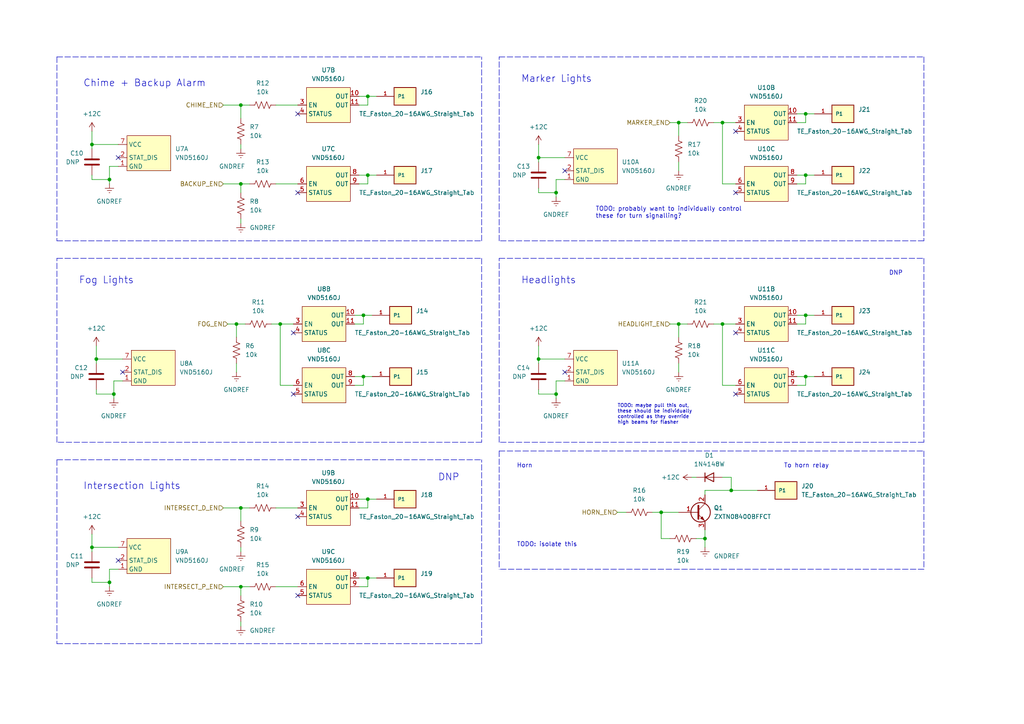
<source format=kicad_sch>
(kicad_sch (version 20211123) (generator eeschema)
  (paper "A4")
  (lib_symbols
    (symbol "Device:C" (pin_numbers hide) (pin_names (offset 0.254))
      (property "Reference" "C" (at 0.635 2.54 0))
      (property "Value" "C" (at 0.635 -2.54 0))
      (symbol "C_0_1"
        (polyline (pts (xy -2.032 -0.762) (xy 2.032 -0.762)) (stroke (width 0.508)))
        (polyline (pts (xy -2.032 0.762) (xy 2.032 0.762)) (stroke (width 0.508)))
      )
      (symbol "C_1_1"
        (pin passive line (at 0 3.81 270) (length 2.794) (name "~") (number "1"))
        (pin passive line (at 0 -3.81 90) (length 2.794) (name "~") (number "2"))
      )
    )
    (symbol "Device:Q_NPN_BCE" (pin_names (offset 0) hide)
      (property "Reference" "Q" (at 5.08 1.27 0))
      (property "Value" "Q_NPN_BCE" (at 5.08 -1.27 0))
      (symbol "Q_NPN_BCE_0_1"
        (polyline (pts (xy 0.635 0.635) (xy 2.54 2.54)))
        (polyline (pts (xy 0.635 -0.635) (xy 2.54 -2.54) (xy 2.54 -2.54)))
        (polyline (pts (xy 0.635 1.905) (xy 0.635 -1.905) (xy 0.635 -1.905)) (stroke (width 0.508)))
        (polyline (pts (xy 1.27 -1.778) (xy 1.778 -1.27) (xy 2.286 -2.286) (xy 1.27 -1.778) (xy 1.27 -1.778)) (fill (type outline)))
        (circle (center 1.27 0) (radius 2.8194) (stroke (width 0.254)))
      )
      (symbol "Q_NPN_BCE_1_1"
        (pin input line (at -5.08 0 0) (length 5.715) (name "B") (number "1"))
        (pin passive line (at 2.54 5.08 270) (length 2.54) (name "C") (number "2"))
        (pin passive line (at 2.54 -5.08 90) (length 2.54) (name "E") (number "3"))
      )
    )
    (symbol "Device:R_US" (pin_numbers hide) (pin_names (offset 0))
      (property "Reference" "R" (at 2.54 0 90))
      (property "Value" "R_US" (at -2.54 0 90))
      (symbol "R_US_0_1"
        (polyline (pts (xy 0 -2.286) (xy 0 -2.54)))
        (polyline (pts (xy 0 2.286) (xy 0 2.54)))
        (polyline (pts (xy 0 -0.762) (xy 1.016 -1.143) (xy 0 -1.524) (xy -1.016 -1.905) (xy 0 -2.286)))
        (polyline (pts (xy 0 0.762) (xy 1.016 0.381) (xy 0 0) (xy -1.016 -0.381) (xy 0 -0.762)))
        (polyline (pts (xy 0 2.286) (xy 1.016 1.905) (xy 0 1.524) (xy -1.016 1.143) (xy 0 0.762)))
      )
      (symbol "R_US_1_1"
        (pin passive line (at 0 3.81 270) (length 1.27) (name "~") (number "1"))
        (pin passive line (at 0 -3.81 90) (length 1.27) (name "~") (number "2"))
      )
    )
    (symbol "Diode:1N4148W" (pin_numbers hide) (pin_names hide)
      (property "Reference" "D" (at 0 2.54 0))
      (property "Value" "1N4148W" (at 0 -2.54 0))
      (symbol "1N4148W_0_1"
        (polyline (pts (xy -1.27 1.27) (xy -1.27 -1.27)) (stroke (width 0.254)))
        (polyline (pts (xy 1.27 0) (xy -1.27 0)))
        (polyline (pts (xy 1.27 1.27) (xy 1.27 -1.27) (xy -1.27 0) (xy 1.27 1.27)) (stroke (width 0.254)))
      )
      (symbol "1N4148W_1_1"
        (pin passive line (at -3.81 0 0) (length 2.54) (name "K") (number "1"))
        (pin passive line (at 3.81 0 180) (length 2.54) (name "A") (number "2"))
      )
    )
    (symbol "Toadly:TE_Faston_20-16AWG_Straight_Tab" (pin_names (offset 1.016))
      (property "Reference" "J" (at -3.81 3.81 0))
      (property "Value" "TE_Faston_20-16AWG_Straight_Tab" (at -5.08 -7.62 0))
      (symbol "TE_Faston_20-16AWG_Straight_Tab_0_0"
        (rectangle (start -2.54 2.54) (end 3.81 -2.54) (stroke (width 0.254)) (fill (type background)))
        (pin passive line (at -7.62 0 0) (length 5.08) (name "P1") (number "1"))
        (pin passive line (at -7.62 0 0) (length 5.08) hide (name "P1") (number "2"))
      )
    )
    (symbol "Toadly:VND5160J"
      (property "Reference" "U" (at 0 0 0))
      (property "Value" "VND5160J" (at 0 5.08 0))
      (symbol "VND5160J_0_1"
        (rectangle (start -6.35 -2.54) (end 6.35 -12.7) (fill (type background)))
      )
      (symbol "VND5160J_1_1"
        (pin input line (at -8.89 -11.43 0) (length 2.54) (name "GND") (number "1"))
        (pin input line (at -8.89 -5.08 0) (length 2.54) hide (name "VCC") (number "12"))
        (pin input line (at -8.89 -8.89 0) (length 2.54) (name "STAT_DIS") (number "2"))
        (pin input line (at -8.89 -5.08 0) (length 2.54) (name "VCC") (number "7"))
        (pin input line (at -8.89 -5.08 0) (length 2.54) hide (name "VCC") (number "PAD"))
      )
      (symbol "VND5160J_2_1"
        (pin output line (at 8.89 -5.08 180) (length 2.54) (name "OUT") (number "10"))
        (pin output line (at 8.89 -7.62 180) (length 2.54) (name "OUT") (number "11"))
        (pin input line (at -8.89 -7.62 0) (length 2.54) (name "EN") (number "3"))
        (pin output line (at -8.89 -10.16 0) (length 2.54) (name "STATUS") (number "4"))
      )
      (symbol "VND5160J_3_1"
        (pin output line (at -8.89 -10.16 0) (length 2.54) (name "STATUS") (number "5"))
        (pin input line (at -8.89 -7.62 0) (length 2.54) (name "EN") (number "6"))
        (pin output line (at 8.89 -5.08 180) (length 2.54) (name "OUT") (number "8"))
        (pin output line (at 8.89 -7.62 180) (length 2.54) (name "OUT") (number "9"))
      )
    )
    (symbol "power:+12C" (power) (pin_names (offset 0))
      (property "Value" "+12C" (at 0 3.81 0))
      (symbol "+12C_0_1"
        (polyline (pts (xy -0.762 1.27) (xy 0 2.54)))
        (polyline (pts (xy 0 0) (xy 0 2.54)))
        (polyline (pts (xy 0 2.54) (xy 0.762 1.27)))
      )
      (symbol "+12C_1_1"
        (pin power_in line (at 0 0 90) (length 0) hide (name "+12C") (number "1"))
      )
    )
    (symbol "power:GNDREF" (power) (pin_names (offset 0))
      (property "Value" "GNDREF" (at 0 -3.81 0))
      (symbol "GNDREF_0_1"
        (polyline (pts (xy -0.635 -1.905) (xy 0.635 -1.905)))
        (polyline (pts (xy -0.127 -2.54) (xy 0.127 -2.54)))
        (polyline (pts (xy 0 -1.27) (xy 0 0)))
        (polyline (pts (xy 1.27 -1.27) (xy -1.27 -1.27)))
      )
      (symbol "GNDREF_1_1"
        (pin power_in line (at 0 0 270) (length 0) hide (name "GNDREF") (number "1"))
      )
    )
  )
  (junction (at 106.68 50.8))
  (junction (at 233.68 33.02))
  (junction (at 26.67 158.75))
  (junction (at 106.68 27.94))
  (junction (at 27.94 104.14))
  (junction (at 105.41 109.22))
  (junction (at 69.85 53.34))
  (junction (at 161.29 114.3))
  (junction (at 209.55 93.98))
  (junction (at 209.55 35.56))
  (junction (at 212.09 142.24))
  (junction (at 106.68 144.78))
  (junction (at 204.47 156.21))
  (junction (at 68.58 93.98))
  (junction (at 69.85 30.48))
  (junction (at 161.29 55.88))
  (junction (at 106.68 167.64))
  (junction (at 26.67 41.91))
  (junction (at 81.28 93.98))
  (junction (at 31.75 168.91))
  (junction (at 191.77 148.59))
  (junction (at 31.75 52.07))
  (junction (at 105.41 91.44))
  (junction (at 69.85 170.18))
  (junction (at 233.68 109.22))
  (junction (at 196.85 93.98))
  (junction (at 69.85 147.32))
  (junction (at 33.02 114.3))
  (junction (at 196.85 35.56))
  (junction (at 233.68 91.44))
  (junction (at 156.21 104.14))
  (junction (at 233.68 50.8))
  (junction (at 156.21 45.72))
  (no_connect (at 85.09 96.52))
  (no_connect (at 86.36 33.02))
  (no_connect (at 213.36 38.1))
  (no_connect (at 213.36 114.3))
  (no_connect (at 34.29 45.72))
  (no_connect (at 163.83 49.53))
  (no_connect (at 86.36 55.88))
  (no_connect (at 163.83 107.95))
  (no_connect (at 85.09 114.3))
  (no_connect (at 213.36 96.52))
  (no_connect (at 213.36 55.88))
  (no_connect (at 35.56 107.95))
  (no_connect (at 86.36 149.86))
  (no_connect (at 34.29 162.56))
  (no_connect (at 86.36 172.72))
  (wire (pts (xy 194.31 93.98) (xy 196.85 93.98)))
  (wire (pts (xy 26.67 158.75) (xy 26.67 160.02)))
  (wire (pts (xy 106.68 147.32) (xy 106.68 144.78)))
  (wire (pts (xy 81.28 111.76) (xy 81.28 93.98)))
  (wire (pts (xy 104.14 144.78) (xy 106.68 144.78)))
  (wire (pts (xy 104.14 170.18) (xy 106.68 170.18)))
  (wire (pts (xy 106.68 167.64) (xy 109.22 167.64)))
  (wire (pts (xy 212.09 142.24) (xy 219.71 142.24)))
  (wire (pts (xy 209.55 53.34) (xy 209.55 35.56)))
  (wire (pts (xy 81.28 93.98) (xy 85.09 93.98)))
  (polyline (pts (xy 16.51 16.51) (xy 16.51 69.85)))
  (wire (pts (xy 201.93 156.21) (xy 204.47 156.21)))
  (wire (pts (xy 209.55 138.43) (xy 212.09 138.43)))
  (wire (pts (xy 231.14 93.98) (xy 233.68 93.98)))
  (wire (pts (xy 64.77 30.48) (xy 69.85 30.48)))
  (polyline (pts (xy 139.7 74.93) (xy 139.7 128.27)))
  (wire (pts (xy 31.75 48.26) (xy 34.29 48.26)))
  (wire (pts (xy 105.41 111.76) (xy 105.41 109.22)))
  (wire (pts (xy 31.75 168.91) (xy 31.75 170.18)))
  (wire (pts (xy 161.29 55.88) (xy 156.21 55.88)))
  (wire (pts (xy 69.85 147.32) (xy 72.39 147.32)))
  (wire (pts (xy 69.85 170.18) (xy 72.39 170.18)))
  (wire (pts (xy 233.68 50.8) (xy 236.22 50.8)))
  (wire (pts (xy 199.39 35.56) (xy 196.85 35.56)))
  (wire (pts (xy 34.29 158.75) (xy 26.67 158.75)))
  (wire (pts (xy 231.14 35.56) (xy 233.68 35.56)))
  (wire (pts (xy 31.75 48.26) (xy 31.75 52.07)))
  (wire (pts (xy 207.01 35.56) (xy 209.55 35.56)))
  (wire (pts (xy 69.85 53.34) (xy 69.85 55.88)))
  (wire (pts (xy 33.02 110.49) (xy 35.56 110.49)))
  (wire (pts (xy 231.14 111.76) (xy 233.68 111.76)))
  (wire (pts (xy 69.85 170.18) (xy 69.85 172.72)))
  (wire (pts (xy 68.58 93.98) (xy 68.58 97.79)))
  (polyline (pts (xy 144.78 130.81) (xy 144.78 165.1)))
  (wire (pts (xy 213.36 53.34) (xy 209.55 53.34)))
  (wire (pts (xy 213.36 111.76) (xy 209.55 111.76)))
  (wire (pts (xy 69.85 147.32) (xy 69.85 151.13)))
  (wire (pts (xy 156.21 114.3) (xy 156.21 113.03)))
  (wire (pts (xy 161.29 52.07) (xy 161.29 55.88)))
  (wire (pts (xy 102.87 109.22) (xy 105.41 109.22)))
  (wire (pts (xy 161.29 55.88) (xy 161.29 57.15)))
  (wire (pts (xy 80.01 53.34) (xy 86.36 53.34)))
  (polyline (pts (xy 144.78 16.51) (xy 267.97 16.51)))
  (wire (pts (xy 104.14 50.8) (xy 106.68 50.8)))
  (polyline (pts (xy 267.97 69.85) (xy 144.78 69.85)))
  (wire (pts (xy 163.83 45.72) (xy 156.21 45.72)))
  (wire (pts (xy 71.12 93.98) (xy 68.58 93.98)))
  (polyline (pts (xy 139.7 69.85) (xy 139.7 16.51)))
  (wire (pts (xy 104.14 147.32) (xy 106.68 147.32)))
  (wire (pts (xy 102.87 91.44) (xy 105.41 91.44)))
  (wire (pts (xy 233.68 93.98) (xy 233.68 91.44)))
  (wire (pts (xy 204.47 142.24) (xy 212.09 142.24)))
  (wire (pts (xy 156.21 45.72) (xy 156.21 41.91)))
  (wire (pts (xy 179.07 148.59) (xy 181.61 148.59)))
  (wire (pts (xy 106.68 50.8) (xy 109.22 50.8)))
  (wire (pts (xy 26.67 168.91) (xy 26.67 167.64)))
  (polyline (pts (xy 16.51 74.93) (xy 139.7 74.93)))
  (wire (pts (xy 33.02 114.3) (xy 27.94 114.3)))
  (wire (pts (xy 27.94 114.3) (xy 27.94 113.03)))
  (wire (pts (xy 209.55 35.56) (xy 213.36 35.56)))
  (wire (pts (xy 204.47 143.51) (xy 204.47 142.24)))
  (polyline (pts (xy 16.51 186.69) (xy 139.7 186.69)))
  (wire (pts (xy 85.09 111.76) (xy 81.28 111.76)))
  (wire (pts (xy 31.75 165.1) (xy 31.75 168.91)))
  (wire (pts (xy 69.85 30.48) (xy 69.85 34.29)))
  (wire (pts (xy 27.94 104.14) (xy 27.94 100.33)))
  (wire (pts (xy 31.75 168.91) (xy 26.67 168.91)))
  (wire (pts (xy 104.14 30.48) (xy 106.68 30.48)))
  (wire (pts (xy 231.14 91.44) (xy 233.68 91.44)))
  (wire (pts (xy 196.85 93.98) (xy 196.85 97.79)))
  (wire (pts (xy 80.01 170.18) (xy 86.36 170.18)))
  (wire (pts (xy 106.68 30.48) (xy 106.68 27.94)))
  (wire (pts (xy 69.85 30.48) (xy 72.39 30.48)))
  (wire (pts (xy 105.41 109.22) (xy 107.95 109.22)))
  (wire (pts (xy 191.77 148.59) (xy 196.85 148.59)))
  (wire (pts (xy 194.31 35.56) (xy 196.85 35.56)))
  (wire (pts (xy 35.56 104.14) (xy 27.94 104.14)))
  (wire (pts (xy 66.04 93.98) (xy 68.58 93.98)))
  (wire (pts (xy 163.83 104.14) (xy 156.21 104.14)))
  (wire (pts (xy 233.68 91.44) (xy 236.22 91.44)))
  (polyline (pts (xy 16.51 133.35) (xy 139.7 133.35)))
  (wire (pts (xy 207.01 93.98) (xy 209.55 93.98)))
  (wire (pts (xy 161.29 114.3) (xy 156.21 114.3)))
  (wire (pts (xy 204.47 153.67) (xy 204.47 156.21)))
  (wire (pts (xy 204.47 156.21) (xy 204.47 158.75)))
  (polyline (pts (xy 267.97 165.1) (xy 144.78 165.1)))
  (polyline (pts (xy 267.97 74.93) (xy 267.97 128.27)))
  (wire (pts (xy 199.39 93.98) (xy 196.85 93.98)))
  (wire (pts (xy 231.14 33.02) (xy 233.68 33.02)))
  (wire (pts (xy 161.29 114.3) (xy 161.29 115.57)))
  (wire (pts (xy 26.67 41.91) (xy 26.67 43.18)))
  (wire (pts (xy 26.67 52.07) (xy 26.67 50.8)))
  (wire (pts (xy 161.29 110.49) (xy 163.83 110.49)))
  (wire (pts (xy 196.85 35.56) (xy 196.85 39.37)))
  (wire (pts (xy 69.85 63.5) (xy 69.85 64.77)))
  (wire (pts (xy 69.85 41.91) (xy 69.85 43.18)))
  (wire (pts (xy 156.21 104.14) (xy 156.21 105.41)))
  (wire (pts (xy 104.14 53.34) (xy 106.68 53.34)))
  (wire (pts (xy 80.01 147.32) (xy 86.36 147.32)))
  (wire (pts (xy 209.55 93.98) (xy 213.36 93.98)))
  (polyline (pts (xy 139.7 128.27) (xy 16.51 128.27)))
  (wire (pts (xy 104.14 27.94) (xy 106.68 27.94)))
  (wire (pts (xy 196.85 105.41) (xy 196.85 107.95)))
  (polyline (pts (xy 16.51 128.27) (xy 16.51 74.93)))
  (wire (pts (xy 34.29 41.91) (xy 26.67 41.91)))
  (polyline (pts (xy 267.97 130.81) (xy 267.97 165.1)))
  (wire (pts (xy 212.09 138.43) (xy 212.09 142.24)))
  (wire (pts (xy 156.21 55.88) (xy 156.21 54.61)))
  (wire (pts (xy 156.21 45.72) (xy 156.21 46.99)))
  (wire (pts (xy 191.77 156.21) (xy 194.31 156.21)))
  (wire (pts (xy 231.14 53.34) (xy 233.68 53.34)))
  (wire (pts (xy 64.77 170.18) (xy 69.85 170.18)))
  (wire (pts (xy 231.14 109.22) (xy 233.68 109.22)))
  (wire (pts (xy 106.68 53.34) (xy 106.68 50.8)))
  (polyline (pts (xy 267.97 16.51) (xy 267.97 69.85)))
  (wire (pts (xy 196.85 46.99) (xy 196.85 49.53)))
  (wire (pts (xy 104.14 167.64) (xy 106.68 167.64)))
  (wire (pts (xy 69.85 180.34) (xy 69.85 181.61)))
  (wire (pts (xy 105.41 91.44) (xy 107.95 91.44)))
  (wire (pts (xy 106.68 170.18) (xy 106.68 167.64)))
  (polyline (pts (xy 144.78 130.81) (xy 267.97 130.81)))
  (wire (pts (xy 26.67 41.91) (xy 26.67 38.1)))
  (wire (pts (xy 233.68 53.34) (xy 233.68 50.8)))
  (wire (pts (xy 233.68 111.76) (xy 233.68 109.22)))
  (wire (pts (xy 68.58 105.41) (xy 68.58 107.95)))
  (wire (pts (xy 33.02 114.3) (xy 33.02 115.57)))
  (wire (pts (xy 161.29 52.07) (xy 163.83 52.07)))
  (polyline (pts (xy 139.7 186.69) (xy 139.7 133.35)))
  (wire (pts (xy 78.74 93.98) (xy 81.28 93.98)))
  (wire (pts (xy 31.75 52.07) (xy 31.75 53.34)))
  (wire (pts (xy 233.68 109.22) (xy 236.22 109.22)))
  (wire (pts (xy 105.41 93.98) (xy 105.41 91.44)))
  (wire (pts (xy 102.87 93.98) (xy 105.41 93.98)))
  (polyline (pts (xy 144.78 74.93) (xy 267.97 74.93)))
  (wire (pts (xy 64.77 53.34) (xy 69.85 53.34)))
  (wire (pts (xy 200.66 138.43) (xy 201.93 138.43)))
  (polyline (pts (xy 144.78 69.85) (xy 144.78 16.51)))
  (wire (pts (xy 27.94 104.14) (xy 27.94 105.41)))
  (wire (pts (xy 191.77 156.21) (xy 191.77 148.59)))
  (wire (pts (xy 31.75 165.1) (xy 34.29 165.1)))
  (polyline (pts (xy 144.78 128.27) (xy 144.78 74.93)))
  (polyline (pts (xy 16.51 16.51) (xy 139.7 16.51)))
  (wire (pts (xy 106.68 27.94) (xy 109.22 27.94)))
  (wire (pts (xy 209.55 111.76) (xy 209.55 93.98)))
  (wire (pts (xy 80.01 30.48) (xy 86.36 30.48)))
  (wire (pts (xy 189.23 148.59) (xy 191.77 148.59)))
  (wire (pts (xy 31.75 52.07) (xy 26.67 52.07)))
  (wire (pts (xy 231.14 50.8) (xy 233.68 50.8)))
  (wire (pts (xy 33.02 110.49) (xy 33.02 114.3)))
  (wire (pts (xy 69.85 53.34) (xy 72.39 53.34)))
  (polyline (pts (xy 16.51 133.35) (xy 16.51 186.69)))
  (wire (pts (xy 233.68 33.02) (xy 236.22 33.02)))
  (wire (pts (xy 156.21 104.14) (xy 156.21 100.33)))
  (wire (pts (xy 233.68 35.56) (xy 233.68 33.02)))
  (wire (pts (xy 64.77 147.32) (xy 69.85 147.32)))
  (wire (pts (xy 26.67 158.75) (xy 26.67 154.94)))
  (polyline (pts (xy 267.97 128.27) (xy 144.78 128.27)))
  (wire (pts (xy 102.87 111.76) (xy 105.41 111.76)))
  (polyline (pts (xy 16.51 69.85) (xy 139.7 69.85)))
  (wire (pts (xy 106.68 144.78) (xy 109.22 144.78)))
  (wire (pts (xy 161.29 110.49) (xy 161.29 114.3)))
  (wire (pts (xy 69.85 158.75) (xy 69.85 160.02)))
  (text "DNP" (at 127 139.7 0) (effects (font (size 2 2)) (justify left bottom)))
  (text "TODO: probably want to individually control\nthese for turn signalling?" (at 172.72 63.5 0) (effects (font (size 1.27 1.27)) (justify left bottom)))
  (text "TODO: maybe pull this out,\nthese should be individually\ncontrolled as they override\nhigh beams for flasher" (at 179.07 123.19 0) (effects (font (size 1 1)) (justify left bottom)))
  (text "DNP" (at 257.81 80.01 0) (effects (font (size 1.27 1.27)) (justify left bottom)))
  (text "Fog Lights" (at 22.86 82.55 0) (effects (font (size 2 2)) (justify left bottom)))
  (text "Marker Lights" (at 151.13 24.13 0) (effects (font (size 2 2)) (justify left bottom)))
  (text "Horn" (at 149.86 135.89 0) (effects (font (size 1.27 1.27)) (justify left bottom)))
  (text "Intersection Lights" (at 24.13 142.24 0) (effects (font (size 2 2)) (justify left bottom)))
  (text "Headlights" (at 151.13 82.55 0) (effects (font (size 2 2)) (justify left bottom)))
  (text "Chime + Backup Alarm" (at 24.13 25.4 0) (effects (font (size 2 2)) (justify left bottom)))
  (text "TODO: isolate this" (at 149.86 158.75 0) (effects (font (size 1.27 1.27)) (justify left bottom)))
  (text "To horn relay" (at 227.33 135.89 0) (effects (font (size 1.27 1.27)) (justify left bottom)))
  (hierarchical_label "INTERSECT_P_EN" (shape input) (at 64.77 170.18 180))
  (hierarchical_label "FOG_EN" (shape input) (at 66.04 93.98 180))
  (hierarchical_label "BACKUP_EN" (shape input) (at 64.77 53.34 180))
  (hierarchical_label "HORN_EN" (shape input) (at 179.07 148.59 180))
  (hierarchical_label "MARKER_EN" (shape input) (at 194.31 35.56 180))
  (hierarchical_label "CHIME_EN" (shape input) (at 64.77 30.48 180))
  (hierarchical_label "INTERSECT_D_EN" (shape input) (at 64.77 147.32 180))
  (hierarchical_label "HEADLIGHT_EN" (shape input) (at 194.31 93.98 180))
  (symbol (lib_id "Device:R_US") (at 76.2 147.32 90) (unit 1)
    (property "Reference" "R14" (at 76.2 140.97 90))
    (property "Value" "10k" (at 76.2 143.51 90))
    (property "Footprint" "Resistor_SMD:R_0805_2012Metric_Pad1.20x1.40mm_HandSolder" (effects hide))
  )
  (symbol (lib_id "Device:C") (at 156.21 109.22 0) (unit 1)
    (property "Reference" "C14" (at 149.86 106.68 0) (effects (justify left)))
    (property "Value" "DNP" (at 148.59 109.22 0) (effects (justify left)))
    (property "Footprint" "Capacitor_SMD:C_0805_2012Metric_Pad1.18x1.45mm_HandSolder" (effects hide))
  )
  (symbol (lib_id "power:GNDREF") (at 69.85 160.02 0) (unit 1)
    (property "Reference" "#PWR040" (effects hide))
    (property "Value" "GNDREF" (at 67.31 165.1 0))
  )
  (symbol (lib_id "Device:R_US") (at 203.2 93.98 90) (unit 1)
    (property "Reference" "R21" (at 203.2 87.63 90))
    (property "Value" "10k" (at 203.2 90.17 90))
    (property "Footprint" "Resistor_SMD:R_0805_2012Metric_Pad1.20x1.40mm_HandSolder" (effects hide))
  )
  (symbol (lib_id "Device:R_US") (at 69.85 154.94 180) (unit 1)
    (property "Reference" "R9" (at 72.39 153.6699 0) (effects (justify right)))
    (property "Value" "10k" (at 72.39 156.2099 0) (effects (justify right)))
    (property "Footprint" "Resistor_SMD:R_0805_2012Metric_Pad1.20x1.40mm_HandSolder" (effects hide))
  )
  (symbol (lib_id "Toadly:TE_Faston_20-16AWG_Straight_Tab") (at 243.84 50.8 0) (unit 1)
    (property "Reference" "J22" (at 248.92 49.5299 0) (effects (justify left)))
    (property "Value" "TE_Faston_20-16AWG_Straight_Tab" (at 231.14 55.88 0) (effects (justify left)))
    (property "Footprint" "TE_Faston_20-16AWG_Straight_Tab" (effects hide))
    (property "Comment" "Faston" (effects hide))
  )
  (symbol (lib_id "power:GNDREF") (at 33.02 115.57 0) (unit 1)
    (property "Reference" "#PWR036" (effects hide))
    (property "Value" "GNDREF" (at 33.02 120.65 0))
  )
  (symbol (lib_id "power:+12C") (at 156.21 41.91 0) (unit 1)
    (property "Reference" "#PWR042" (effects hide))
    (property "Value" "+12C" (at 156.21 36.83 0))
  )
  (symbol (lib_id "Toadly:VND5160J") (at 93.98 104.14 0) (unit 3)
    (property "Reference" "U8" (at 93.98 101.6 0))
    (property "Value" "VND5160J" (at 93.98 104.14 0))
    (property "Footprint" "Toadly:POWERSSO-12" (effects hide))
  )
  (symbol (lib_id "Device:R_US") (at 76.2 53.34 90) (unit 1)
    (property "Reference" "R13" (at 76.2 46.99 90))
    (property "Value" "10k" (at 76.2 49.53 90))
    (property "Footprint" "Resistor_SMD:R_0805_2012Metric_Pad1.20x1.40mm_HandSolder" (effects hide))
  )
  (symbol (lib_id "Device:R_US") (at 196.85 101.6 180) (unit 1)
    (property "Reference" "R18" (at 199.39 100.3299 0) (effects (justify right)))
    (property "Value" "10k" (at 199.39 102.8699 0) (effects (justify right)))
    (property "Footprint" "Resistor_SMD:R_0805_2012Metric_Pad1.20x1.40mm_HandSolder" (effects hide))
  )
  (symbol (lib_id "Device:R_US") (at 198.12 156.21 90) (unit 1)
    (property "Reference" "R19" (at 198.12 160.02 90))
    (property "Value" "10k" (at 198.12 162.56 90))
    (property "Footprint" "Resistor_SMD:R_0805_2012Metric_Pad1.20x1.40mm_HandSolder" (effects hide))
  )
  (symbol (lib_id "Toadly:TE_Faston_20-16AWG_Straight_Tab") (at 243.84 91.44 0) (unit 1)
    (property "Reference" "J23" (at 248.92 90.1699 0) (effects (justify left)))
    (property "Value" "TE_Faston_20-16AWG_Straight_Tab" (at 231.14 96.52 0) (effects (justify left)))
    (property "Footprint" "TE_Faston_20-16AWG_Straight_Tab" (effects hide))
    (property "Comment" "Faston" (effects hide))
  )
  (symbol (lib_id "Toadly:VND5160J") (at 222.25 45.72 0) (unit 3)
    (property "Reference" "U10" (at 222.25 43.18 0))
    (property "Value" "VND5160J" (at 222.25 45.72 0))
    (property "Footprint" "Toadly:POWERSSO-12" (effects hide))
  )
  (symbol (lib_id "Device:C") (at 27.94 109.22 0) (unit 1)
    (property "Reference" "C12" (at 21.59 106.68 0) (effects (justify left)))
    (property "Value" "DNP" (at 20.32 109.22 0) (effects (justify left)))
    (property "Footprint" "Capacitor_SMD:C_0805_2012Metric_Pad1.18x1.45mm_HandSolder" (effects hide))
  )
  (symbol (lib_id "Toadly:VND5160J") (at 95.25 139.7 0) (unit 2)
    (property "Reference" "U9" (at 95.25 137.16 0))
    (property "Value" "VND5160J" (at 95.25 139.7 0))
    (property "Footprint" "Toadly:POWERSSO-12" (effects hide))
  )
  (symbol (lib_id "power:+12C") (at 27.94 100.33 0) (unit 1)
    (property "Reference" "#PWR033" (effects hide))
    (property "Value" "+12C" (at 27.94 95.25 0))
  )
  (symbol (lib_id "power:GNDREF") (at 31.75 53.34 0) (unit 1)
    (property "Reference" "#PWR034" (effects hide))
    (property "Value" "GNDREF" (at 31.75 58.42 0))
  )
  (symbol (lib_id "Toadly:TE_Faston_20-16AWG_Straight_Tab") (at 243.84 109.22 0) (unit 1)
    (property "Reference" "J24" (at 248.92 107.9499 0) (effects (justify left)))
    (property "Value" "TE_Faston_20-16AWG_Straight_Tab" (at 231.14 114.3 0) (effects (justify left)))
    (property "Footprint" "TE_Faston_20-16AWG_Straight_Tab" (effects hide))
    (property "Comment" "Faston" (effects hide))
  )
  (symbol (lib_id "Device:R_US") (at 76.2 30.48 90) (unit 1)
    (property "Reference" "R12" (at 76.2 24.13 90))
    (property "Value" "10k" (at 76.2 26.67 90))
    (property "Footprint" "Resistor_SMD:R_0805_2012Metric_Pad1.20x1.40mm_HandSolder" (effects hide))
  )
  (symbol (lib_id "power:GNDREF") (at 161.29 115.57 0) (unit 1)
    (property "Reference" "#PWR045" (effects hide))
    (property "Value" "GNDREF" (at 161.29 120.65 0))
  )
  (symbol (lib_id "Toadly:TE_Faston_20-16AWG_Straight_Tab") (at 115.57 91.44 0) (unit 1)
    (property "Reference" "J14" (at 120.65 90.1699 0) (effects (justify left)))
    (property "Value" "TE_Faston_20-16AWG_Straight_Tab" (at 102.87 96.52 0) (effects (justify left)))
    (property "Footprint" "TE_Faston_20-16AWG_Straight_Tab" (effects hide))
    (property "Comment" "Faston" (effects hide))
  )
  (symbol (lib_id "Toadly:VND5160J") (at 222.25 86.36 0) (unit 2)
    (property "Reference" "U11" (at 222.25 83.82 0))
    (property "Value" "VND5160J" (at 222.25 86.36 0))
    (property "Footprint" "Toadly:POWERSSO-12" (effects hide))
  )
  (symbol (lib_id "Device:R_US") (at 76.2 170.18 90) (unit 1)
    (property "Reference" "R15" (at 76.2 163.83 90))
    (property "Value" "10k" (at 76.2 166.37 90))
    (property "Footprint" "Resistor_SMD:R_0805_2012Metric_Pad1.20x1.40mm_HandSolder" (effects hide))
  )
  (symbol (lib_id "Toadly:VND5160J") (at 95.25 22.86 0) (unit 2)
    (property "Reference" "U7" (at 95.25 20.32 0))
    (property "Value" "VND5160J" (at 95.25 22.86 0))
    (property "Footprint" "Toadly:POWERSSO-12" (effects hide))
  )
  (symbol (lib_id "Toadly:TE_Faston_20-16AWG_Straight_Tab") (at 243.84 33.02 0) (unit 1)
    (property "Reference" "J21" (at 248.92 31.7499 0) (effects (justify left)))
    (property "Value" "TE_Faston_20-16AWG_Straight_Tab" (at 231.14 38.1 0) (effects (justify left)))
    (property "Footprint" "TE_Faston_20-16AWG_Straight_Tab" (effects hide))
    (property "Comment" "Faston" (effects hide))
  )
  (symbol (lib_id "Device:R_US") (at 69.85 38.1 180) (unit 1)
    (property "Reference" "R7" (at 72.39 36.8299 0) (effects (justify right)))
    (property "Value" "10k" (at 72.39 39.3699 0) (effects (justify right)))
    (property "Footprint" "Resistor_SMD:R_0805_2012Metric_Pad1.20x1.40mm_HandSolder" (effects hide))
  )
  (symbol (lib_id "Device:R_US") (at 68.58 101.6 180) (unit 1)
    (property "Reference" "R6" (at 71.12 100.3299 0) (effects (justify right)))
    (property "Value" "10k" (at 71.12 102.8699 0) (effects (justify right)))
    (property "Footprint" "Resistor_SMD:R_0805_2012Metric_Pad1.20x1.40mm_HandSolder" (effects hide))
  )
  (symbol (lib_id "Toadly:VND5160J") (at 222.25 27.94 0) (unit 2)
    (property "Reference" "U10" (at 222.25 25.4 0))
    (property "Value" "VND5160J" (at 222.25 27.94 0))
    (property "Footprint" "Toadly:POWERSSO-12" (effects hide))
  )
  (symbol (lib_id "Device:R_US") (at 74.93 93.98 90) (unit 1)
    (property "Reference" "R11" (at 74.93 87.63 90))
    (property "Value" "10k" (at 74.93 90.17 90))
    (property "Footprint" "Resistor_SMD:R_0805_2012Metric_Pad1.20x1.40mm_HandSolder" (effects hide))
  )
  (symbol (lib_id "power:+12C") (at 26.67 38.1 0) (unit 1)
    (property "Reference" "#PWR031" (effects hide))
    (property "Value" "+12C" (at 26.67 33.02 0))
  )
  (symbol (lib_id "Toadly:VND5160J") (at 43.18 153.67 0) (unit 1)
    (property "Reference" "U9" (at 50.8 160.0199 0) (effects (justify left)))
    (property "Value" "VND5160J" (at 50.8 162.5599 0) (effects (justify left)))
    (property "Footprint" "Toadly:POWERSSO-12" (effects hide))
  )
  (symbol (lib_id "power:GNDREF") (at 196.85 49.53 0) (unit 1)
    (property "Reference" "#PWR046" (effects hide))
    (property "Value" "GNDREF" (at 196.85 54.61 0))
  )
  (symbol (lib_id "Toadly:VND5160J") (at 172.72 99.06 0) (unit 1)
    (property "Reference" "U11" (at 180.34 105.4099 0) (effects (justify left)))
    (property "Value" "VND5160J" (at 180.34 107.9499 0) (effects (justify left)))
    (property "Footprint" "Toadly:POWERSSO-12" (effects hide))
  )
  (symbol (lib_id "Toadly:VND5160J") (at 44.45 99.06 0) (unit 1)
    (property "Reference" "U8" (at 52.07 105.4099 0) (effects (justify left)))
    (property "Value" "VND5160J" (at 52.07 107.9499 0) (effects (justify left)))
    (property "Footprint" "Toadly:POWERSSO-12" (effects hide))
  )
  (symbol (lib_id "Toadly:VND5160J") (at 222.25 104.14 0) (unit 3)
    (property "Reference" "U11" (at 222.25 101.6 0))
    (property "Value" "VND5160J" (at 222.25 104.14 0))
    (property "Footprint" "Toadly:POWERSSO-12" (effects hide))
  )
  (symbol (lib_id "Device:C") (at 26.67 46.99 0) (unit 1)
    (property "Reference" "C10" (at 20.32 44.45 0) (effects (justify left)))
    (property "Value" "DNP" (at 19.05 46.99 0) (effects (justify left)))
    (property "Footprint" "Capacitor_SMD:C_0805_2012Metric_Pad1.18x1.45mm_HandSolder" (effects hide))
  )
  (symbol (lib_id "power:+12C") (at 200.66 138.43 90) (unit 1)
    (property "Reference" "#PWR048" (effects hide))
    (property "Value" "+12C" (at 191.77 138.43 90) (effects (justify right)))
  )
  (symbol (lib_id "Toadly:VND5160J") (at 93.98 86.36 0) (unit 2)
    (property "Reference" "U8" (at 93.98 83.82 0))
    (property "Value" "VND5160J" (at 93.98 86.36 0))
    (property "Footprint" "Toadly:POWERSSO-12" (effects hide))
  )
  (symbol (lib_id "Toadly:TE_Faston_20-16AWG_Straight_Tab") (at 115.57 109.22 0) (unit 1)
    (property "Reference" "J15" (at 120.65 107.9499 0) (effects (justify left)))
    (property "Value" "TE_Faston_20-16AWG_Straight_Tab" (at 102.87 114.3 0) (effects (justify left)))
    (property "Footprint" "TE_Faston_20-16AWG_Straight_Tab" (effects hide))
    (property "Comment" "Faston" (effects hide))
  )
  (symbol (lib_id "power:+12C") (at 156.21 100.33 0) (unit 1)
    (property "Reference" "#PWR043" (effects hide))
    (property "Value" "+12C" (at 156.21 95.25 0))
  )
  (symbol (lib_id "power:GNDREF") (at 68.58 107.95 0) (unit 1)
    (property "Reference" "#PWR037" (effects hide))
    (property "Value" "GNDREF" (at 68.58 113.03 0))
  )
  (symbol (lib_id "Toadly:TE_Faston_20-16AWG_Straight_Tab") (at 116.84 27.94 0) (unit 1)
    (property "Reference" "J16" (at 121.92 26.6699 0) (effects (justify left)))
    (property "Value" "TE_Faston_20-16AWG_Straight_Tab" (at 104.14 33.02 0) (effects (justify left)))
    (property "Footprint" "TE_Faston_20-16AWG_Straight_Tab" (effects hide))
    (property "Comment" "Faston" (effects hide))
  )
  (symbol (lib_id "Toadly:VND5160J") (at 95.25 45.72 0) (unit 3)
    (property "Reference" "U7" (at 95.25 43.18 0))
    (property "Value" "VND5160J" (at 95.25 45.72 0))
    (property "Footprint" "Toadly:POWERSSO-12" (effects hide))
  )
  (symbol (lib_id "Device:C") (at 156.21 50.8 0) (unit 1)
    (property "Reference" "C13" (at 149.86 48.26 0) (effects (justify left)))
    (property "Value" "DNP" (at 148.59 50.8 0) (effects (justify left)))
    (property "Footprint" "Capacitor_SMD:C_0805_2012Metric_Pad1.18x1.45mm_HandSolder" (effects hide))
  )
  (symbol (lib_id "Device:Q_NPN_BCE") (at 201.93 148.59 0) (unit 1)
    (property "Reference" "Q1" (at 207.01 147.3199 0) (effects (justify left)))
    (property "Value" "ZXTN08400BFFCT" (at 207.01 149.8599 0) (effects (justify left)))
    (property "Footprint" "Package_TO_SOT_SMD:SOT-23" (effects hide))
  )
  (symbol (lib_id "power:GNDREF") (at 196.85 107.95 0) (unit 1)
    (property "Reference" "#PWR047" (effects hide))
    (property "Value" "GNDREF" (at 196.85 113.03 0))
  )
  (symbol (lib_id "Toadly:VND5160J") (at 43.18 36.83 0) (unit 1)
    (property "Reference" "U7" (at 50.8 43.1799 0) (effects (justify left)))
    (property "Value" "VND5160J" (at 50.8 45.7199 0) (effects (justify left)))
    (property "Footprint" "Toadly:POWERSSO-12" (effects hide))
  )
  (symbol (lib_id "Device:R_US") (at 196.85 43.18 180) (unit 1)
    (property "Reference" "R17" (at 199.39 41.9099 0) (effects (justify right)))
    (property "Value" "10k" (at 199.39 44.4499 0) (effects (justify right)))
    (property "Footprint" "Resistor_SMD:R_0805_2012Metric_Pad1.20x1.40mm_HandSolder" (effects hide))
  )
  (symbol (lib_id "Toadly:VND5160J") (at 95.25 162.56 0) (unit 3)
    (property "Reference" "U9" (at 95.25 160.02 0))
    (property "Value" "VND5160J" (at 95.25 162.56 0))
    (property "Footprint" "Toadly:POWERSSO-12" (effects hide))
  )
  (symbol (lib_id "Device:C") (at 26.67 163.83 0) (unit 1)
    (property "Reference" "C11" (at 20.32 161.29 0) (effects (justify left)))
    (property "Value" "DNP" (at 19.05 163.83 0) (effects (justify left)))
    (property "Footprint" "Capacitor_SMD:C_0805_2012Metric_Pad1.18x1.45mm_HandSolder" (effects hide))
  )
  (symbol (lib_id "power:GNDREF") (at 161.29 57.15 0) (unit 1)
    (property "Reference" "#PWR044" (effects hide))
    (property "Value" "GNDREF" (at 161.29 62.23 0))
  )
  (symbol (lib_id "power:+12C") (at 26.67 154.94 0) (unit 1)
    (property "Reference" "#PWR032" (effects hide))
    (property "Value" "+12C" (at 26.67 149.86 0))
  )
  (symbol (lib_id "Toadly:TE_Faston_20-16AWG_Straight_Tab") (at 227.33 142.24 0) (unit 1)
    (property "Reference" "J20" (at 232.41 140.9699 0) (effects (justify left)))
    (property "Value" "TE_Faston_20-16AWG_Straight_Tab" (at 232.41 143.51 0) (effects (justify left)))
    (property "Footprint" "TE_Faston_20-16AWG_Straight_Tab" (effects hide))
    (property "Comment" "Faston" (effects hide))
  )
  (symbol (lib_id "power:GNDREF") (at 69.85 43.18 0) (unit 1)
    (property "Reference" "#PWR038" (effects hide))
    (property "Value" "GNDREF" (at 67.31 48.26 0))
  )
  (symbol (lib_id "Device:R_US") (at 69.85 176.53 180) (unit 1)
    (property "Reference" "R10" (at 72.39 175.2599 0) (effects (justify right)))
    (property "Value" "10k" (at 72.39 177.7999 0) (effects (justify right)))
    (property "Footprint" "Resistor_SMD:R_0805_2012Metric_Pad1.20x1.40mm_HandSolder" (effects hide))
  )
  (symbol (lib_id "power:GNDREF") (at 69.85 181.61 0) (unit 1)
    (property "Reference" "#PWR041" (effects hide))
    (property "Value" "GNDREF" (at 76.2 182.88 0))
  )
  (symbol (lib_id "Device:R_US") (at 203.2 35.56 90) (unit 1)
    (property "Reference" "R20" (at 203.2 29.21 90))
    (property "Value" "10k" (at 203.2 31.75 90))
    (property "Footprint" "Resistor_SMD:R_0805_2012Metric_Pad1.20x1.40mm_HandSolder" (effects hide))
  )
  (symbol (lib_id "Device:R_US") (at 185.42 148.59 90) (unit 1)
    (property "Reference" "R16" (at 185.42 142.24 90))
    (property "Value" "10k" (at 185.42 144.78 90))
    (property "Footprint" "Resistor_SMD:R_0805_2012Metric_Pad1.20x1.40mm_HandSolder" (effects hide))
  )
  (symbol (lib_id "Toadly:TE_Faston_20-16AWG_Straight_Tab") (at 116.84 144.78 0) (unit 1)
    (property "Reference" "J18" (at 121.92 143.5099 0) (effects (justify left)))
    (property "Value" "TE_Faston_20-16AWG_Straight_Tab" (at 104.14 149.86 0) (effects (justify left)))
    (property "Footprint" "TE_Faston_20-16AWG_Straight_Tab" (effects hide))
    (property "Comment" "Faston" (effects hide))
  )
  (symbol (lib_id "power:GNDREF") (at 204.47 158.75 0) (unit 1)
    (property "Reference" "#PWR049" (effects hide))
    (property "Value" "GNDREF" (at 210.82 161.29 0))
  )
  (symbol (lib_id "Toadly:TE_Faston_20-16AWG_Straight_Tab") (at 116.84 167.64 0) (unit 1)
    (property "Reference" "J19" (at 121.92 166.3699 0) (effects (justify left)))
    (property "Value" "TE_Faston_20-16AWG_Straight_Tab" (at 104.14 172.72 0) (effects (justify left)))
    (property "Footprint" "TE_Faston_20-16AWG_Straight_Tab" (effects hide))
    (property "Comment" "Faston" (effects hide))
  )
  (symbol (lib_id "power:GNDREF") (at 31.75 170.18 0) (unit 1)
    (property "Reference" "#PWR035" (effects hide))
    (property "Value" "GNDREF" (at 31.75 175.26 0))
  )
  (symbol (lib_id "Diode:1N4148W") (at 205.74 138.43 0) (unit 1)
    (property "Reference" "D1" (at 205.74 132.08 0))
    (property "Value" "1N4148W" (at 205.74 134.62 0))
    (property "Footprint" "Diode_SMD:D_SOD-123" (effects hide))
    (property "Datasheet" "https://www.vishay.com/docs/85748/1n4148w.pdf" (effects hide))
  )
  (symbol (lib_id "Toadly:TE_Faston_20-16AWG_Straight_Tab") (at 116.84 50.8 0) (unit 1)
    (property "Reference" "J17" (at 121.92 49.5299 0) (effects (justify left)))
    (property "Value" "TE_Faston_20-16AWG_Straight_Tab" (at 104.14 55.88 0) (effects (justify left)))
    (property "Footprint" "TE_Faston_20-16AWG_Straight_Tab" (effects hide))
    (property "Comment" "Faston" (effects hide))
  )
  (symbol (lib_id "Toadly:VND5160J") (at 172.72 40.64 0) (unit 1)
    (property "Reference" "U10" (at 180.34 46.9899 0) (effects (justify left)))
    (property "Value" "VND5160J" (at 180.34 49.5299 0) (effects (justify left)))
    (property "Footprint" "Toadly:POWERSSO-12" (effects hide))
  )
  (symbol (lib_id "power:GNDREF") (at 69.85 64.77 0) (unit 1)
    (property "Reference" "#PWR039" (effects hide))
    (property "Value" "GNDREF" (at 76.2 66.04 0))
  )
  (symbol (lib_id "Device:R_US") (at 69.85 59.69 180) (unit 1)
    (property "Reference" "R8" (at 72.39 58.4199 0) (effects (justify right)))
    (property "Value" "10k" (at 72.39 60.9599 0) (effects (justify right)))
    (property "Footprint" "Resistor_SMD:R_0805_2012Metric_Pad1.20x1.40mm_HandSolder" (effects hide))
  )
)
</source>
